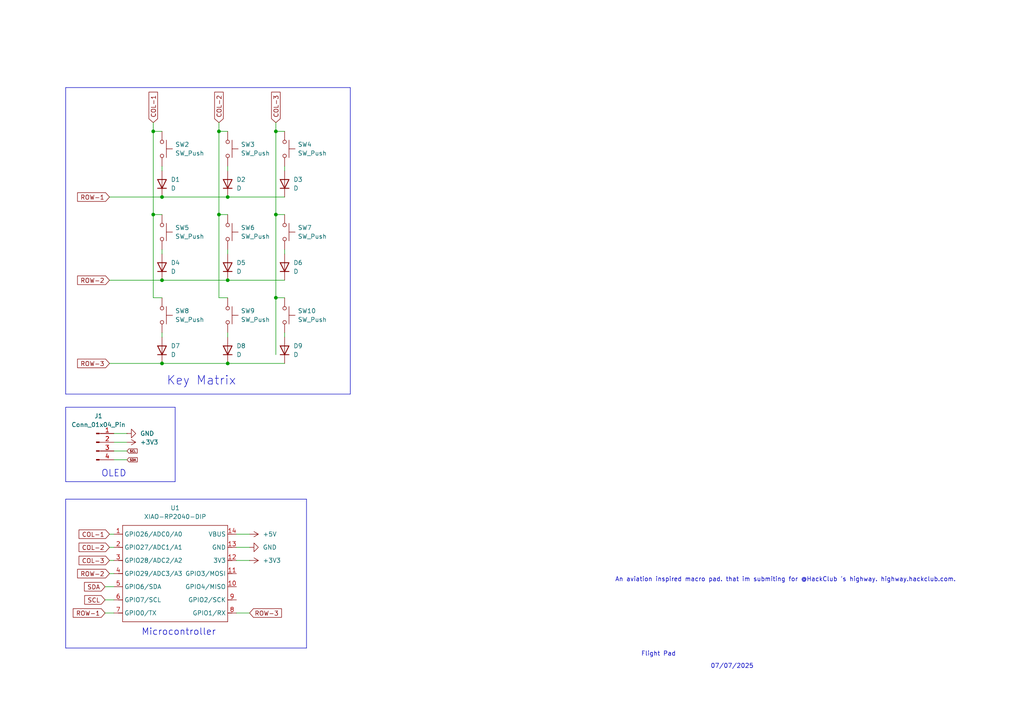
<source format=kicad_sch>
(kicad_sch (version 20231120) (generator "eeschema") (generator_version "8.0")
  (paper "A4")
  (lib_symbols
    (symbol "Connector:Conn_01x04_Pin" (pin_names (offset 1.016) hide)
      (property "Reference" "J" (at 0 5.08 0))
      (property "Value" "Conn_01x04_Pin" (at 0 -7.62 0))
      (symbol "Conn_01x04_Pin_1_1"
        (polyline (pts (xy 1.27 -5.08) (xy 0.8636 -5.08)) (stroke (width 0.1524)))
        (polyline (pts (xy 1.27 -2.54) (xy 0.8636 -2.54)) (stroke (width 0.1524)))
        (polyline (pts (xy 1.27 0) (xy 0.8636 0)) (stroke (width 0.1524)))
        (polyline (pts (xy 1.27 2.54) (xy 0.8636 2.54)) (stroke (width 0.1524)))
        (rectangle (start 0.8636 -4.953) (end 0 -5.207) (stroke (width 0.1524)) (fill (type outline)))
        (rectangle (start 0.8636 -2.413) (end 0 -2.667) (stroke (width 0.1524)) (fill (type outline)))
        (rectangle (start 0.8636 0.127) (end 0 -0.127) (stroke (width 0.1524)) (fill (type outline)))
        (rectangle (start 0.8636 2.667) (end 0 2.413) (stroke (width 0.1524)) (fill (type outline)))
        (pin passive line (at 5.08 2.54 180) (length 3.81) (name "Pin_1") (number "1"))
        (pin passive line (at 5.08 0 180) (length 3.81) (name "Pin_2") (number "2"))
        (pin passive line (at 5.08 -2.54 180) (length 3.81) (name "Pin_3") (number "3"))
        (pin passive line (at 5.08 -5.08 180) (length 3.81) (name "Pin_4") (number "4"))
      )
    )
    (symbol "Device:D" (pin_numbers hide) (pin_names (offset 1.016) hide)
      (property "Reference" "D" (at 0 2.54 0))
      (property "Value" "D" (at 0 -2.54 0))
      (symbol "D_0_1"
        (polyline (pts (xy -1.27 1.27) (xy -1.27 -1.27)) (stroke (width 0.254)))
        (polyline (pts (xy 1.27 0) (xy -1.27 0)))
        (polyline (pts (xy 1.27 1.27) (xy 1.27 -1.27) (xy -1.27 0) (xy 1.27 1.27)) (stroke (width 0.254)))
      )
      (symbol "D_1_1"
        (pin passive line (at -3.81 0 0) (length 2.54) (name "K") (number "1"))
        (pin passive line (at 3.81 0 180) (length 2.54) (name "A") (number "2"))
      )
    )
    (symbol "Seeed_Studio_XIAO_Series:XIAO-RP2040-DIP"
      (property "Reference" "U" (at 0 0 0))
      (property "Value" "XIAO-RP2040-DIP" (at 5.334 -1.778 0))
      (symbol "XIAO-RP2040-DIP_1_0"
        (polyline (pts (xy -1.27 -30.48) (xy -1.27 -16.51)) (stroke (width 0.1524)))
        (polyline (pts (xy -1.27 -27.94) (xy -2.54 -27.94)) (stroke (width 0.1524)))
        (polyline (pts (xy -1.27 -24.13) (xy -2.54 -24.13)) (stroke (width 0.1524)))
        (polyline (pts (xy -1.27 -20.32) (xy -2.54 -20.32)) (stroke (width 0.1524)))
        (polyline (pts (xy -1.27 -16.51) (xy -2.54 -16.51)) (stroke (width 0.1524)))
        (polyline (pts (xy -1.27 -16.51) (xy -1.27 -12.7)) (stroke (width 0.1524)))
        (polyline (pts (xy -1.27 -12.7) (xy -2.54 -12.7)) (stroke (width 0.1524)))
        (polyline (pts (xy -1.27 -12.7) (xy -1.27 -8.89)) (stroke (width 0.1524)))
        (polyline (pts (xy -1.27 -8.89) (xy -2.54 -8.89)) (stroke (width 0.1524)))
        (polyline (pts (xy -1.27 -8.89) (xy -1.27 -5.08)) (stroke (width 0.1524)))
        (polyline (pts (xy -1.27 -5.08) (xy -2.54 -5.08)) (stroke (width 0.1524)))
        (polyline (pts (xy -1.27 -5.08) (xy -1.27 -2.54)) (stroke (width 0.1524)))
        (polyline (pts (xy -1.27 -2.54) (xy 29.21 -2.54)) (stroke (width 0.1524)))
        (polyline (pts (xy 29.21 -30.48) (xy -1.27 -30.48)) (stroke (width 0.1524)))
        (polyline (pts (xy 29.21 -12.7) (xy 29.21 -30.48)) (stroke (width 0.1524)))
        (polyline (pts (xy 29.21 -8.89) (xy 29.21 -12.7)) (stroke (width 0.1524)))
        (polyline (pts (xy 29.21 -5.08) (xy 29.21 -8.89)) (stroke (width 0.1524)))
        (polyline (pts (xy 29.21 -2.54) (xy 29.21 -5.08)) (stroke (width 0.1524)))
        (polyline (pts (xy 30.48 -27.94) (xy 29.21 -27.94)) (stroke (width 0.1524)))
        (polyline (pts (xy 30.48 -24.13) (xy 29.21 -24.13)) (stroke (width 0.1524)))
        (polyline (pts (xy 30.48 -20.32) (xy 29.21 -20.32)) (stroke (width 0.1524)))
        (polyline (pts (xy 30.48 -16.51) (xy 29.21 -16.51)) (stroke (width 0.1524)))
        (polyline (pts (xy 30.48 -12.7) (xy 29.21 -12.7)) (stroke (width 0.1524)))
        (polyline (pts (xy 30.48 -8.89) (xy 29.21 -8.89)) (stroke (width 0.1524)))
        (polyline (pts (xy 30.48 -5.08) (xy 29.21 -5.08)) (stroke (width 0.1524)))
        (pin passive line (at -3.81 -5.08 0) (length 2.54) (name "GPIO26/ADC0/A0") (number "1"))
        (pin passive line (at 31.75 -20.32 180) (length 2.54) (name "GPIO4/MISO") (number "10"))
        (pin passive line (at 31.75 -16.51 180) (length 2.54) (name "GPIO3/MOSI") (number "11"))
        (pin passive line (at 31.75 -12.7 180) (length 2.54) (name "3V3") (number "12"))
        (pin passive line (at 31.75 -8.89 180) (length 2.54) (name "GND") (number "13"))
        (pin passive line (at 31.75 -5.08 180) (length 2.54) (name "VBUS") (number "14"))
        (pin passive line (at -3.81 -8.89 0) (length 2.54) (name "GPIO27/ADC1/A1") (number "2"))
        (pin passive line (at -3.81 -12.7 0) (length 2.54) (name "GPIO28/ADC2/A2") (number "3"))
        (pin passive line (at -3.81 -16.51 0) (length 2.54) (name "GPIO29/ADC3/A3") (number "4"))
        (pin passive line (at -3.81 -20.32 0) (length 2.54) (name "GPIO6/SDA") (number "5"))
        (pin passive line (at -3.81 -24.13 0) (length 2.54) (name "GPIO7/SCL") (number "6"))
        (pin passive line (at -3.81 -27.94 0) (length 2.54) (name "GPIO0/TX") (number "7"))
        (pin passive line (at 31.75 -27.94 180) (length 2.54) (name "GPIO1/RX") (number "8"))
        (pin passive line (at 31.75 -24.13 180) (length 2.54) (name "GPIO2/SCK") (number "9"))
      )
    )
    (symbol "Switch:SW_Push" (pin_numbers hide) (pin_names (offset 1.016) hide)
      (property "Reference" "SW" (at 1.27 2.54 0))
      (property "Value" "SW_Push" (at 0 -1.524 0))
      (symbol "SW_Push_0_1"
        (circle (center -2.032 0) (radius 0.508))
        (polyline (pts (xy 0 1.27) (xy 0 3.048)))
        (polyline (pts (xy 2.54 1.27) (xy -2.54 1.27)))
        (circle (center 2.032 0) (radius 0.508))
        (pin passive line (at -5.08 0 0) (length 2.54) (name "1") (number "1"))
        (pin passive line (at 5.08 0 180) (length 2.54) (name "2") (number "2"))
      )
    )
    (symbol "power:+3V3" (power) (pin_numbers hide) (pin_names (offset 0) hide)
      (property "Value" "+3V3" (at 0 3.556 0))
      (symbol "+3V3_0_1"
        (polyline (pts (xy -0.762 1.27) (xy 0 2.54)))
        (polyline (pts (xy 0 0) (xy 0 2.54)))
        (polyline (pts (xy 0 2.54) (xy 0.762 1.27)))
      )
      (symbol "+3V3_1_1"
        (pin power_in line (at 0 0 90) (length 0) (name "~") (number "1"))
      )
    )
    (symbol "power:+5V" (power) (pin_numbers hide) (pin_names (offset 0) hide)
      (property "Value" "+5V" (at 0 3.556 0))
      (symbol "+5V_0_1"
        (polyline (pts (xy -0.762 1.27) (xy 0 2.54)))
        (polyline (pts (xy 0 0) (xy 0 2.54)))
        (polyline (pts (xy 0 2.54) (xy 0.762 1.27)))
      )
      (symbol "+5V_1_1"
        (pin power_in line (at 0 0 90) (length 0) (name "~") (number "1"))
      )
    )
    (symbol "power:GND" (power) (pin_numbers hide) (pin_names (offset 0) hide)
      (property "Value" "GND" (at 0 -3.81 0))
      (symbol "GND_0_1"
        (polyline (pts (xy 0 0) (xy 0 -1.27) (xy 1.27 -1.27) (xy 0 -2.54) (xy -1.27 -1.27) (xy 0 -1.27)))
      )
      (symbol "GND_1_1"
        (pin power_in line (at 0 0 270) (length 0) (name "~") (number "1"))
      )
    )
  )
  (junction (at 44.45 62.23))
  (junction (at 46.99 105.41))
  (junction (at 66.04 105.41))
  (junction (at 66.04 81.28))
  (junction (at 46.99 81.28))
  (junction (at 46.99 57.15))
  (junction (at 80.01 86.36))
  (junction (at 80.01 62.23))
  (junction (at 66.04 57.15))
  (junction (at 63.5 62.23))
  (junction (at 80.01 38.1))
  (junction (at 63.5 38.1))
  (junction (at 44.45 38.1))
  (wire (pts (xy 68.58 154.94) (xy 72.39 154.94)))
  (wire (pts (xy 46.99 96.52) (xy 46.99 97.79)))
  (wire (pts (xy 46.99 48.26) (xy 46.99 49.53)))
  (wire (pts (xy 44.45 86.36) (xy 46.99 86.36)))
  (wire (pts (xy 66.04 48.26) (xy 66.04 49.53)))
  (wire (pts (xy 82.55 48.26) (xy 82.55 49.53)))
  (wire (pts (xy 31.75 166.37) (xy 33.02 166.37)))
  (wire (pts (xy 44.45 38.1) (xy 44.45 62.23)))
  (wire (pts (xy 33.02 133.35) (xy 36.83 133.35)))
  (wire (pts (xy 66.04 96.52) (xy 66.04 97.79)))
  (wire (pts (xy 30.48 173.99) (xy 33.02 173.99)))
  (wire (pts (xy 80.01 86.36) (xy 82.55 86.36)))
  (wire (pts (xy 80.01 62.23) (xy 80.01 86.36)))
  (polyline (pts (xy 19.05 118.11) (xy 50.8 118.11)))
  (wire (pts (xy 68.58 158.75) (xy 72.39 158.75)))
  (wire (pts (xy 63.5 35.56) (xy 63.5 38.1)))
  (wire (pts (xy 31.75 57.15) (xy 46.99 57.15)))
  (wire (pts (xy 66.04 57.15) (xy 82.55 57.15)))
  (wire (pts (xy 33.02 130.81) (xy 36.83 130.81)))
  (wire (pts (xy 46.99 57.15) (xy 66.04 57.15)))
  (polyline (pts (xy 88.9 187.96) (xy 88.9 144.78)))
  (wire (pts (xy 46.99 81.28) (xy 66.04 81.28)))
  (polyline (pts (xy 88.9 144.78) (xy 19.05 144.78)))
  (wire (pts (xy 30.48 170.18) (xy 33.02 170.18)))
  (wire (pts (xy 66.04 105.41) (xy 82.55 105.41)))
  (wire (pts (xy 80.01 38.1) (xy 82.55 38.1)))
  (wire (pts (xy 30.48 177.8) (xy 33.02 177.8)))
  (wire (pts (xy 68.58 162.56) (xy 72.39 162.56)))
  (wire (pts (xy 68.58 177.8) (xy 72.39 177.8)))
  (polyline (pts (xy 19.05 187.96) (xy 88.9 187.96)))
  (wire (pts (xy 66.04 72.39) (xy 66.04 73.66)))
  (wire (pts (xy 46.99 105.41) (xy 66.04 105.41)))
  (wire (pts (xy 63.5 62.23) (xy 66.04 62.23)))
  (wire (pts (xy 31.75 81.28) (xy 46.99 81.28)))
  (wire (pts (xy 82.55 72.39) (xy 82.55 73.66)))
  (polyline (pts (xy 19.05 114.3) (xy 101.6 114.3)))
  (wire (pts (xy 31.75 154.94) (xy 33.02 154.94)))
  (wire (pts (xy 46.99 72.39) (xy 46.99 73.66)))
  (wire (pts (xy 44.45 62.23) (xy 46.99 62.23)))
  (wire (pts (xy 80.01 86.36) (xy 80.01 102.87)))
  (wire (pts (xy 82.55 96.52) (xy 82.55 97.79)))
  (wire (pts (xy 63.5 38.1) (xy 63.5 62.23)))
  (wire (pts (xy 31.75 162.56) (xy 33.02 162.56)))
  (wire (pts (xy 44.45 38.1) (xy 46.99 38.1)))
  (wire (pts (xy 80.01 35.56) (xy 80.01 38.1)))
  (wire (pts (xy 66.04 81.28) (xy 82.55 81.28)))
  (polyline (pts (xy 19.05 144.78) (xy 19.05 187.96)))
  (polyline (pts (xy 50.8 139.7) (xy 19.05 139.7)))
  (wire (pts (xy 63.5 86.36) (xy 66.04 86.36)))
  (wire (pts (xy 80.01 62.23) (xy 82.55 62.23)))
  (wire (pts (xy 63.5 62.23) (xy 63.5 86.36)))
  (polyline (pts (xy 101.6 114.3) (xy 101.6 25.4)))
  (wire (pts (xy 33.02 128.27) (xy 36.83 128.27)))
  (wire (pts (xy 63.5 38.1) (xy 66.04 38.1)))
  (polyline (pts (xy 101.6 25.4) (xy 19.05 25.4)))
  (wire (pts (xy 31.75 158.75) (xy 33.02 158.75)))
  (polyline (pts (xy 50.8 118.11) (xy 50.8 139.7)))
  (wire (pts (xy 33.02 125.73) (xy 36.83 125.73)))
  (wire (pts (xy 31.75 105.41) (xy 46.99 105.41)))
  (polyline (pts (xy 19.05 25.4) (xy 19.05 114.3)))
  (wire (pts (xy 44.45 35.56) (xy 44.45 38.1)))
  (polyline (pts (xy 19.05 118.11) (xy 19.05 139.7)))
  (wire (pts (xy 80.01 38.1) (xy 80.01 62.23)))
  (wire (pts (xy 44.45 62.23) (xy 44.45 86.36)))
  (text "07/07/2025" (at 212.344 193.294 0) (effects (font (size 1.27 1.27))))
  (text "Microcontroller " (at 52.578 183.388 0) (effects (font (size 1.905 1.905))))
  (text "Key Matrix\n" (at 58.42 110.49 0) (effects (font (size 2.54 2.54))))
  (text "An aviation inspired macro pad. that im submiting for @HackClub 's highway. highway.hackclub.com." (at 227.838 168.148 0) (effects (font (size 1.27 1.27))))
  (text "OLED" (at 33.02 137.414 0) (effects (font (size 1.905 1.905))))
  (text "Flight Pad" (at 191.008 189.738 0) (effects (font (size 1.27 1.27))))
  (global_label "ROW-2" (shape input) (at 31.75 81.28 180) (property "Intersheetrefs" "${INTERSHEET_REFS}" (effects (hide yes))))
  (global_label "SDA" (shape input) (at 30.48 170.18 180) (property "Intersheetrefs" "${INTERSHEET_REFS}" (effects (hide yes))))
  (global_label "COL-2" (shape input) (at 63.5 35.56 90) (property "Intersheetrefs" "${INTERSHEET_REFS}" (effects (hide yes))))
  (global_label "SCL" (shape input) (at 36.83 130.81 0) (effects (font (size 0.635 0.635))) (property "Intersheetrefs" "${INTERSHEET_REFS}" (effects (hide yes))))
  (global_label "ROW-3" (shape input) (at 72.39 177.8 0) (property "Intersheetrefs" "${INTERSHEET_REFS}" (effects (hide yes))))
  (global_label "COL-1" (shape input) (at 44.45 35.56 90) (property "Intersheetrefs" "${INTERSHEET_REFS}" (effects (hide yes))))
  (global_label "COL-2" (shape input) (at 31.75 158.75 180) (property "Intersheetrefs" "${INTERSHEET_REFS}" (effects (hide yes))))
  (global_label "ROW-1" (shape input) (at 30.48 177.8 180) (property "Intersheetrefs" "${INTERSHEET_REFS}" (effects (hide yes))))
  (global_label "ROW-1" (shape input) (at 31.75 57.15 180) (property "Intersheetrefs" "${INTERSHEET_REFS}" (effects (hide yes))))
  (global_label "COL-3" (shape input) (at 31.75 162.56 180) (property "Intersheetrefs" "${INTERSHEET_REFS}" (effects (hide yes))))
  (global_label "COL-1" (shape input) (at 31.75 154.94 180) (property "Intersheetrefs" "${INTERSHEET_REFS}" (effects (hide yes))))
  (global_label "ROW-3" (shape input) (at 31.75 105.41 180) (property "Intersheetrefs" "${INTERSHEET_REFS}" (effects (hide yes))))
  (global_label "COL-3" (shape input) (at 80.01 35.56 90) (property "Intersheetrefs" "${INTERSHEET_REFS}" (effects (hide yes))))
  (global_label "SDA" (shape input) (at 36.83 133.35 0) (effects (font (size 0.635 0.635))) (property "Intersheetrefs" "${INTERSHEET_REFS}" (effects (hide yes))))
  (global_label "SCL" (shape input) (at 30.48 173.99 180) (property "Intersheetrefs" "${INTERSHEET_REFS}" (effects (hide yes))))
  (global_label "ROW-2" (shape input) (at 31.75 166.37 180) (property "Intersheetrefs" "${INTERSHEET_REFS}" (effects (hide yes))))
  (symbol (lib_id "Device:D") (at 46.99 53.34 90) (unit 1)
    (property "Reference" "D1" (at 49.53 52.0699 90) (effects (justify right)))
    (property "Value" "D" (at 49.53 54.6099 90) (effects (justify right)))
    (property "Footprint" "1N4148:DO35-10" (effects (hide yes)))
    (property "Description" "Diode" (effects (hide yes)))
    (property "Sim.Device" "D" (effects (hide yes)))
    (property "Sim.Pins" "1=K 2=A" (effects (hide yes)))
  )
  (symbol (lib_id "Switch:SW_Push") (at 82.55 91.44 270) (unit 1)
    (property "Reference" "SW10" (at 86.36 90.1699 90) (effects (justify left)))
    (property "Value" "SW_Push" (at 86.36 92.7099 90) (effects (justify left)))
    (property "Footprint" "Button_Switch_Keyboard:SW_Cherry_MX_1.00u_PCB" (effects (hide yes)))
    (property "Description" "Push button switch, generic, two pins" (effects (hide yes)))
  )
  (symbol (lib_id "Device:D") (at 82.55 77.47 90) (unit 1)
    (property "Reference" "D6" (at 85.09 76.1999 90) (effects (justify right)))
    (property "Value" "D" (at 85.09 78.7399 90) (effects (justify right)))
    (property "Footprint" "1N4148:DO35-10" (effects (hide yes)))
    (property "Description" "Diode" (effects (hide yes)))
    (property "Sim.Device" "D" (effects (hide yes)))
    (property "Sim.Pins" "1=K 2=A" (effects (hide yes)))
  )
  (symbol (lib_id "Seeed_Studio_XIAO_Series:XIAO-RP2040-DIP") (at 36.83 149.86 0) (unit 1)
    (property "Reference" "U1" (at 50.8 147.32 0))
    (property "Value" "XIAO-RP2040-DIP" (at 50.8 149.86 0))
    (property "Footprint" "Seeed Studio XIAO Series Library:XIAO-RP2040-DIP" (effects (hide yes)))
  )
  (symbol (lib_id "Device:D") (at 82.55 53.34 90) (unit 1)
    (property "Reference" "D3" (at 85.09 52.0699 90) (effects (justify right)))
    (property "Value" "D" (at 85.09 54.6099 90) (effects (justify right)))
    (property "Footprint" "1N4148:DO35-10" (effects (hide yes)))
    (property "Description" "Diode" (effects (hide yes)))
    (property "Sim.Device" "D" (effects (hide yes)))
    (property "Sim.Pins" "1=K 2=A" (effects (hide yes)))
  )
  (symbol (lib_id "Connector:Conn_01x04_Pin") (at 27.94 128.27 0) (unit 1)
    (property "Reference" "J1" (at 28.575 120.65 0))
    (property "Value" "Conn_01x04_Pin" (at 28.575 123.19 0))
    (property "Footprint" "KiCad-SSD1306-0.91-OLED-4pin-128x32:SSD1306-0.91-OLED-4pin-128x32" (effects (hide yes)))
    (property "Description" "Generic connector, single row, 01x04, script generated" (effects (hide yes)))
  )
  (symbol (lib_id "power:+5V") (at 72.39 154.94 270) (unit 1)
    (property "Reference" "#PWR01" (effects (hide yes)))
    (property "Value" "+5V" (at 76.2 154.9399 90) (effects (justify left)))
    (property "Description" "Power symbol creates a global label with name \"+5V\"" (effects (hide yes)))
  )
  (symbol (lib_id "Switch:SW_Push") (at 82.55 43.18 270) (unit 1)
    (property "Reference" "SW4" (at 86.36 41.9099 90) (effects (justify left)))
    (property "Value" "SW_Push" (at 86.36 44.4499 90) (effects (justify left)))
    (property "Footprint" "Button_Switch_Keyboard:SW_Cherry_MX_1.00u_PCB" (effects (hide yes)))
    (property "Description" "Push button switch, generic, two pins" (effects (hide yes)))
  )
  (symbol (lib_id "Device:D") (at 66.04 77.47 90) (unit 1)
    (property "Reference" "D5" (at 68.58 76.1999 90) (effects (justify right)))
    (property "Value" "D" (at 68.58 78.7399 90) (effects (justify right)))
    (property "Footprint" "1N4148:DO35-10" (effects (hide yes)))
    (property "Description" "Diode" (effects (hide yes)))
    (property "Sim.Device" "D" (effects (hide yes)))
    (property "Sim.Pins" "1=K 2=A" (effects (hide yes)))
  )
  (symbol (lib_id "Switch:SW_Push") (at 82.55 67.31 270) (unit 1)
    (property "Reference" "SW7" (at 86.36 66.0399 90) (effects (justify left)))
    (property "Value" "SW_Push" (at 86.36 68.5799 90) (effects (justify left)))
    (property "Footprint" "Button_Switch_Keyboard:SW_Cherry_MX_1.00u_PCB" (effects (hide yes)))
    (property "Description" "Push button switch, generic, two pins" (effects (hide yes)))
  )
  (symbol (lib_id "power:GND") (at 36.83 125.73 90) (unit 1)
    (property "Reference" "#PWR05" (effects (hide yes)))
    (property "Value" "GND" (at 40.64 125.7299 90) (effects (justify right)))
    (property "Description" "Power symbol creates a global label with name \"GND\" , ground" (effects (hide yes)))
  )
  (symbol (lib_id "power:+3V3") (at 36.83 128.27 270) (unit 1)
    (property "Reference" "#PWR04" (effects (hide yes)))
    (property "Value" "+3V3" (at 40.64 128.2699 90) (effects (justify left)))
    (property "Description" "Power symbol creates a global label with name \"+3V3\"" (effects (hide yes)))
  )
  (symbol (lib_id "Switch:SW_Push") (at 46.99 67.31 270) (unit 1)
    (property "Reference" "SW5" (at 50.8 66.0399 90) (effects (justify left)))
    (property "Value" "SW_Push" (at 50.8 68.5799 90) (effects (justify left)))
    (property "Footprint" "Button_Switch_Keyboard:SW_Cherry_MX_1.00u_PCB" (effects (hide yes)))
    (property "Description" "Push button switch, generic, two pins" (effects (hide yes)))
  )
  (symbol (lib_id "Device:D") (at 46.99 77.47 90) (unit 1)
    (property "Reference" "D4" (at 49.53 76.1999 90) (effects (justify right)))
    (property "Value" "D" (at 49.53 78.7399 90) (effects (justify right)))
    (property "Footprint" "1N4148:DO35-10" (effects (hide yes)))
    (property "Description" "Diode" (effects (hide yes)))
    (property "Sim.Device" "D" (effects (hide yes)))
    (property "Sim.Pins" "1=K 2=A" (effects (hide yes)))
  )
  (symbol (lib_id "Device:D") (at 46.99 101.6 90) (unit 1)
    (property "Reference" "D7" (at 49.53 100.3299 90) (effects (justify right)))
    (property "Value" "D" (at 49.53 102.8699 90) (effects (justify right)))
    (property "Footprint" "1N4148:DO35-10" (effects (hide yes)))
    (property "Description" "Diode" (effects (hide yes)))
    (property "Sim.Device" "D" (effects (hide yes)))
    (property "Sim.Pins" "1=K 2=A" (effects (hide yes)))
  )
  (symbol (lib_id "Switch:SW_Push") (at 66.04 43.18 270) (unit 1)
    (property "Reference" "SW3" (at 69.85 41.9099 90) (effects (justify left)))
    (property "Value" "SW_Push" (at 69.85 44.4499 90) (effects (justify left)))
    (property "Footprint" "Button_Switch_Keyboard:SW_Cherry_MX_1.00u_PCB" (effects (hide yes)))
    (property "Description" "Push button switch, generic, two pins" (effects (hide yes)))
  )
  (symbol (lib_id "Switch:SW_Push") (at 66.04 67.31 270) (unit 1)
    (property "Reference" "SW6" (at 69.85 66.0399 90) (effects (justify left)))
    (property "Value" "SW_Push" (at 69.85 68.5799 90) (effects (justify left)))
    (property "Footprint" "Button_Switch_Keyboard:SW_Cherry_MX_1.00u_PCB" (effects (hide yes)))
    (property "Description" "Push button switch, generic, two pins" (effects (hide yes)))
  )
  (symbol (lib_id "Switch:SW_Push") (at 46.99 43.18 270) (unit 1)
    (property "Reference" "SW2" (at 50.8 41.9099 90) (effects (justify left)))
    (property "Value" "SW_Push" (at 50.8 44.4499 90) (effects (justify left)))
    (property "Footprint" "Button_Switch_Keyboard:SW_Cherry_MX_1.00u_PCB" (effects (hide yes)))
    (property "Description" "Push button switch, generic, two pins" (effects (hide yes)))
  )
  (symbol (lib_id "Device:D") (at 66.04 53.34 90) (unit 1)
    (property "Reference" "D2" (at 68.58 52.0699 90) (effects (justify right)))
    (property "Value" "D" (at 68.58 54.6099 90) (effects (justify right)))
    (property "Footprint" "1N4148:DO35-10" (effects (hide yes)))
    (property "Description" "Diode" (effects (hide yes)))
    (property "Sim.Device" "D" (effects (hide yes)))
    (property "Sim.Pins" "1=K 2=A" (effects (hide yes)))
  )
  (symbol (lib_id "power:+3V3") (at 72.39 162.56 270) (unit 1)
    (property "Reference" "#PWR03" (effects (hide yes)))
    (property "Value" "+3V3" (at 76.2 162.5599 90) (effects (justify left)))
    (property "Description" "Power symbol creates a global label with name \"+3V3\"" (effects (hide yes)))
  )
  (symbol (lib_id "Device:D") (at 82.55 101.6 90) (unit 1)
    (property "Reference" "D9" (at 85.09 100.3299 90) (effects (justify right)))
    (property "Value" "D" (at 85.09 102.8699 90) (effects (justify right)))
    (property "Footprint" "1N4148:DO35-10" (effects (hide yes)))
    (property "Description" "Diode" (effects (hide yes)))
    (property "Sim.Device" "D" (effects (hide yes)))
    (property "Sim.Pins" "1=K 2=A" (effects (hide yes)))
  )
  (symbol (lib_id "Switch:SW_Push") (at 66.04 91.44 270) (unit 1)
    (property "Reference" "SW9" (at 69.85 90.1699 90) (effects (justify left)))
    (property "Value" "SW_Push" (at 69.85 92.7099 90) (effects (justify left)))
    (property "Footprint" "Button_Switch_Keyboard:SW_Cherry_MX_1.00u_PCB" (effects (hide yes)))
    (property "Description" "Push button switch, generic, two pins" (effects (hide yes)))
  )
  (symbol (lib_id "Switch:SW_Push") (at 46.99 91.44 270) (unit 1)
    (property "Reference" "SW8" (at 50.8 90.1699 90) (effects (justify left)))
    (property "Value" "SW_Push" (at 50.8 92.7099 90) (effects (justify left)))
    (property "Footprint" "Button_Switch_Keyboard:SW_Cherry_MX_1.00u_PCB" (effects (hide yes)))
    (property "Description" "Push button switch, generic, two pins" (effects (hide yes)))
  )
  (symbol (lib_id "Device:D") (at 66.04 101.6 90) (unit 1)
    (property "Reference" "D8" (at 68.58 100.3299 90) (effects (justify right)))
    (property "Value" "D" (at 68.58 102.8699 90) (effects (justify right)))
    (property "Footprint" "1N4148:DO35-10" (effects (hide yes)))
    (property "Description" "Diode" (effects (hide yes)))
    (property "Sim.Device" "D" (effects (hide yes)))
    (property "Sim.Pins" "1=K 2=A" (effects (hide yes)))
  )
  (symbol (lib_id "power:GND") (at 72.39 158.75 90) (unit 1)
    (property "Reference" "#PWR02" (effects (hide yes)))
    (property "Value" "GND" (at 76.2 158.7499 90) (effects (justify right)))
    (property "Description" "Power symbol creates a global label with name \"GND\" , ground" (effects (hide yes)))
  )
)
</source>
